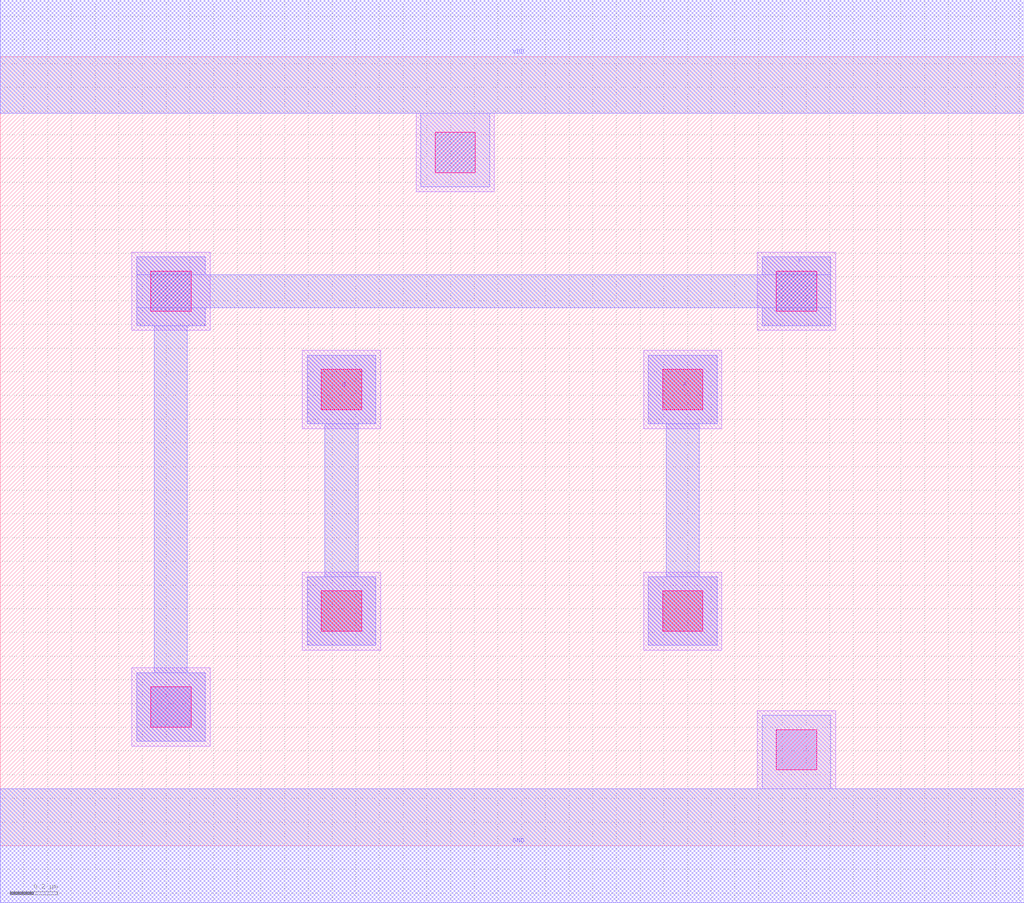
<source format=lef>
MACRO NAND2X1
 CLASS CORE ;
 FOREIGN NAND2X1 0 0 ;
 SIZE 4.32 BY 3.33 ;
 ORIGIN 0 0 ;
 SYMMETRY X Y R90 ;
 SITE unit ;
  PIN VDD
   DIRECTION INOUT ;
   USE POWER ;
   SHAPE ABUTMENT ;
    PORT
     CLASS CORE ;
       LAYER met1 ;
        RECT 0.00000000 3.09000000 4.32000000 3.57000000 ;
    END
  END VDD

  PIN GND
   DIRECTION INOUT ;
   USE POWER ;
   SHAPE ABUTMENT ;
    PORT
     CLASS CORE ;
       LAYER met1 ;
        RECT 0.00000000 -0.24000000 4.32000000 0.24000000 ;
    END
  END GND

  PIN Y
   DIRECTION INOUT ;
   USE SIGNAL ;
   SHAPE ABUTMENT ;
    PORT
     CLASS CORE ;
       LAYER met1 ;
        RECT 0.57500000 0.44000000 0.86500000 0.73000000 ;
        RECT 0.65000000 0.73000000 0.79000000 2.19500000 ;
        RECT 0.57500000 2.19500000 0.86500000 2.27000000 ;
        RECT 3.21500000 2.19500000 3.50500000 2.27000000 ;
        RECT 0.57500000 2.27000000 3.50500000 2.41000000 ;
        RECT 0.57500000 2.41000000 0.86500000 2.48500000 ;
        RECT 3.21500000 2.41000000 3.50500000 2.48500000 ;
    END
  END Y

  PIN A
   DIRECTION INOUT ;
   USE SIGNAL ;
   SHAPE ABUTMENT ;
    PORT
     CLASS CORE ;
       LAYER met1 ;
        RECT 2.73500000 0.84500000 3.02500000 1.13500000 ;
        RECT 2.81000000 1.13500000 2.95000000 1.78000000 ;
        RECT 2.73500000 1.78000000 3.02500000 2.07000000 ;
    END
  END A

  PIN B
   DIRECTION INOUT ;
   USE SIGNAL ;
   SHAPE ABUTMENT ;
    PORT
     CLASS CORE ;
       LAYER met1 ;
        RECT 1.29500000 0.84500000 1.58500000 1.13500000 ;
        RECT 1.37000000 1.13500000 1.51000000 1.78000000 ;
        RECT 1.29500000 1.78000000 1.58500000 2.07000000 ;
    END
  END B

 OBS
    LAYER polycont ;
     RECT 1.35500000 0.90500000 1.52500000 1.07500000 ;
     RECT 2.79500000 0.90500000 2.96500000 1.07500000 ;
     RECT 1.35500000 1.84000000 1.52500000 2.01000000 ;
     RECT 2.79500000 1.84000000 2.96500000 2.01000000 ;

    LAYER pdiffc ;
     RECT 0.63500000 2.25500000 0.80500000 2.42500000 ;
     RECT 3.27500000 2.25500000 3.44500000 2.42500000 ;
     RECT 1.83500000 2.84000000 2.00500000 3.01000000 ;

    LAYER ndiffc ;
     RECT 3.27500000 0.32000000 3.44500000 0.49000000 ;
     RECT 0.63500000 0.50000000 0.80500000 0.67000000 ;

    LAYER li1 ;
     RECT 3.19500000 0.24000000 3.52500000 0.57000000 ;
     RECT 0.55500000 0.42000000 0.88500000 0.75000000 ;
     RECT 1.27500000 0.82500000 1.60500000 1.15500000 ;
     RECT 2.71500000 0.82500000 3.04500000 1.15500000 ;
     RECT 1.27500000 1.76000000 1.60500000 2.09000000 ;
     RECT 2.71500000 1.76000000 3.04500000 2.09000000 ;
     RECT 0.55500000 2.17500000 0.88500000 2.50500000 ;
     RECT 3.19500000 2.17500000 3.52500000 2.50500000 ;
     RECT 1.75500000 2.76000000 2.08500000 3.09000000 ;

    LAYER viali ;
     RECT 3.27500000 0.32000000 3.44500000 0.49000000 ;
     RECT 0.63500000 0.50000000 0.80500000 0.67000000 ;
     RECT 1.35500000 0.90500000 1.52500000 1.07500000 ;
     RECT 2.79500000 0.90500000 2.96500000 1.07500000 ;
     RECT 1.35500000 1.84000000 1.52500000 2.01000000 ;
     RECT 2.79500000 1.84000000 2.96500000 2.01000000 ;
     RECT 0.63500000 2.25500000 0.80500000 2.42500000 ;
     RECT 3.27500000 2.25500000 3.44500000 2.42500000 ;
     RECT 1.83500000 2.84000000 2.00500000 3.01000000 ;

    LAYER met1 ;
     RECT 0.00000000 -0.24000000 4.32000000 0.24000000 ;
     RECT 3.21500000 0.24000000 3.50500000 0.55000000 ;
     RECT 1.29500000 0.84500000 1.58500000 1.13500000 ;
     RECT 1.37000000 1.13500000 1.51000000 1.78000000 ;
     RECT 1.29500000 1.78000000 1.58500000 2.07000000 ;
     RECT 2.73500000 0.84500000 3.02500000 1.13500000 ;
     RECT 2.81000000 1.13500000 2.95000000 1.78000000 ;
     RECT 2.73500000 1.78000000 3.02500000 2.07000000 ;
     RECT 0.57500000 0.44000000 0.86500000 0.73000000 ;
     RECT 0.65000000 0.73000000 0.79000000 2.19500000 ;
     RECT 0.57500000 2.19500000 0.86500000 2.27000000 ;
     RECT 3.21500000 2.19500000 3.50500000 2.27000000 ;
     RECT 0.57500000 2.27000000 3.50500000 2.41000000 ;
     RECT 0.57500000 2.41000000 0.86500000 2.48500000 ;
     RECT 3.21500000 2.41000000 3.50500000 2.48500000 ;
     RECT 1.77500000 2.78000000 2.06500000 3.09000000 ;
     RECT 0.00000000 3.09000000 4.32000000 3.57000000 ;

 END
END NAND2X1

</source>
